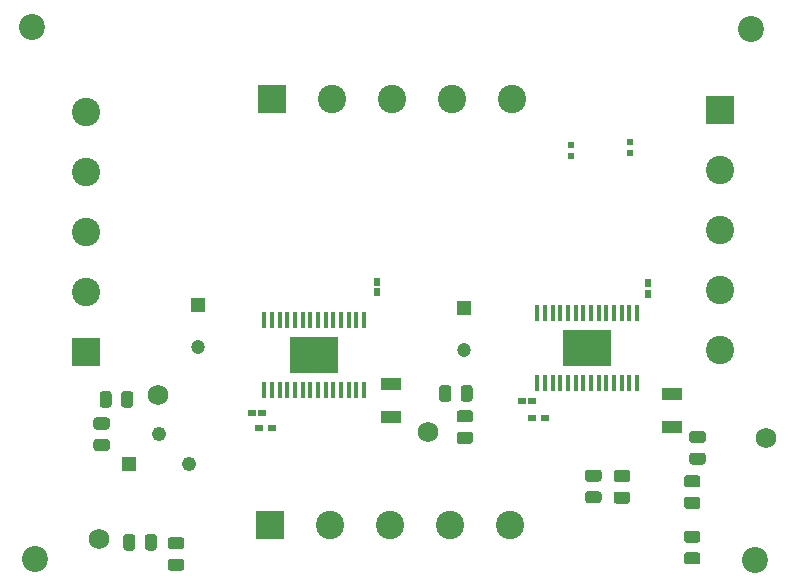
<source format=gbr>
%TF.GenerationSoftware,KiCad,Pcbnew,(5.1.9)-1*%
%TF.CreationDate,2021-10-18T22:43:19-04:00*%
%TF.ProjectId,ECE477_motorcontroller,45434534-3737-45f6-9d6f-746f72636f6e,rev?*%
%TF.SameCoordinates,Original*%
%TF.FileFunction,Soldermask,Top*%
%TF.FilePolarity,Negative*%
%FSLAX46Y46*%
G04 Gerber Fmt 4.6, Leading zero omitted, Abs format (unit mm)*
G04 Created by KiCad (PCBNEW (5.1.9)-1) date 2021-10-18 22:43:19*
%MOMM*%
%LPD*%
G01*
G04 APERTURE LIST*
%ADD10C,2.200000*%
%ADD11C,1.755000*%
%ADD12R,1.222000X1.222000*%
%ADD13C,1.222000*%
%ADD14R,0.620000X0.600000*%
%ADD15R,2.400000X2.400000*%
%ADD16C,2.400000*%
%ADD17R,0.700000X0.600000*%
%ADD18R,4.050000X3.100000*%
%ADD19R,0.450000X1.475000*%
%ADD20R,0.650000X0.620000*%
%ADD21R,1.820000X1.020000*%
%ADD22R,0.620000X0.650000*%
%ADD23C,1.200000*%
%ADD24R,1.200000X1.200000*%
G04 APERTURE END LIST*
%TO.C,R14*%
G36*
G01*
X163050001Y-84900000D02*
X162149999Y-84900000D01*
G75*
G02*
X161900000Y-84650001I0J249999D01*
G01*
X161900000Y-84124999D01*
G75*
G02*
X162149999Y-83875000I249999J0D01*
G01*
X163050001Y-83875000D01*
G75*
G02*
X163300000Y-84124999I0J-249999D01*
G01*
X163300000Y-84650001D01*
G75*
G02*
X163050001Y-84900000I-249999J0D01*
G01*
G37*
G36*
G01*
X163050001Y-86725000D02*
X162149999Y-86725000D01*
G75*
G02*
X161900000Y-86475001I0J249999D01*
G01*
X161900000Y-85949999D01*
G75*
G02*
X162149999Y-85700000I249999J0D01*
G01*
X163050001Y-85700000D01*
G75*
G02*
X163300000Y-85949999I0J-249999D01*
G01*
X163300000Y-86475001D01*
G75*
G02*
X163050001Y-86725000I-249999J0D01*
G01*
G37*
%TD*%
%TO.C,R12*%
G36*
G01*
X115450000Y-84399998D02*
X115450000Y-85300002D01*
G75*
G02*
X115200002Y-85550000I-249998J0D01*
G01*
X114674998Y-85550000D01*
G75*
G02*
X114425000Y-85300002I0J249998D01*
G01*
X114425000Y-84399998D01*
G75*
G02*
X114674998Y-84150000I249998J0D01*
G01*
X115200002Y-84150000D01*
G75*
G02*
X115450000Y-84399998I0J-249998D01*
G01*
G37*
G36*
G01*
X117275000Y-84399998D02*
X117275000Y-85300002D01*
G75*
G02*
X117025002Y-85550000I-249998J0D01*
G01*
X116499998Y-85550000D01*
G75*
G02*
X116250000Y-85300002I0J249998D01*
G01*
X116250000Y-84399998D01*
G75*
G02*
X116499998Y-84150000I249998J0D01*
G01*
X117025002Y-84150000D01*
G75*
G02*
X117275000Y-84399998I0J-249998D01*
G01*
G37*
%TD*%
%TO.C,R11*%
G36*
G01*
X118449998Y-86250000D02*
X119350002Y-86250000D01*
G75*
G02*
X119600000Y-86499998I0J-249998D01*
G01*
X119600000Y-87025002D01*
G75*
G02*
X119350002Y-87275000I-249998J0D01*
G01*
X118449998Y-87275000D01*
G75*
G02*
X118200000Y-87025002I0J249998D01*
G01*
X118200000Y-86499998D01*
G75*
G02*
X118449998Y-86250000I249998J0D01*
G01*
G37*
G36*
G01*
X118449998Y-84425000D02*
X119350002Y-84425000D01*
G75*
G02*
X119600000Y-84674998I0J-249998D01*
G01*
X119600000Y-85200002D01*
G75*
G02*
X119350002Y-85450000I-249998J0D01*
G01*
X118449998Y-85450000D01*
G75*
G02*
X118200000Y-85200002I0J249998D01*
G01*
X118200000Y-84674998D01*
G75*
G02*
X118449998Y-84425000I249998J0D01*
G01*
G37*
%TD*%
D10*
%TO.C,H4*%
X167900000Y-86350000D03*
%TD*%
%TO.C,H3*%
X167600000Y-41350000D03*
%TD*%
%TO.C,H2*%
X107000000Y-86300000D03*
%TD*%
%TO.C,H1*%
X106700000Y-41200000D03*
%TD*%
%TO.C,R10*%
G36*
G01*
X163050002Y-80200000D02*
X162149998Y-80200000D01*
G75*
G02*
X161900000Y-79950002I0J249998D01*
G01*
X161900000Y-79424998D01*
G75*
G02*
X162149998Y-79175000I249998J0D01*
G01*
X163050002Y-79175000D01*
G75*
G02*
X163300000Y-79424998I0J-249998D01*
G01*
X163300000Y-79950002D01*
G75*
G02*
X163050002Y-80200000I-249998J0D01*
G01*
G37*
G36*
G01*
X163050002Y-82025000D02*
X162149998Y-82025000D01*
G75*
G02*
X161900000Y-81775002I0J249998D01*
G01*
X161900000Y-81249998D01*
G75*
G02*
X162149998Y-81000000I249998J0D01*
G01*
X163050002Y-81000000D01*
G75*
G02*
X163300000Y-81249998I0J-249998D01*
G01*
X163300000Y-81775002D01*
G75*
G02*
X163050002Y-82025000I-249998J0D01*
G01*
G37*
%TD*%
%TO.C,R9*%
G36*
G01*
X112149998Y-76100000D02*
X113050002Y-76100000D01*
G75*
G02*
X113300000Y-76349998I0J-249998D01*
G01*
X113300000Y-76875002D01*
G75*
G02*
X113050002Y-77125000I-249998J0D01*
G01*
X112149998Y-77125000D01*
G75*
G02*
X111900000Y-76875002I0J249998D01*
G01*
X111900000Y-76349998D01*
G75*
G02*
X112149998Y-76100000I249998J0D01*
G01*
G37*
G36*
G01*
X112149998Y-74275000D02*
X113050002Y-74275000D01*
G75*
G02*
X113300000Y-74524998I0J-249998D01*
G01*
X113300000Y-75050002D01*
G75*
G02*
X113050002Y-75300000I-249998J0D01*
G01*
X112149998Y-75300000D01*
G75*
G02*
X111900000Y-75050002I0J249998D01*
G01*
X111900000Y-74524998D01*
G75*
G02*
X112149998Y-74275000I249998J0D01*
G01*
G37*
%TD*%
%TO.C,R8*%
G36*
G01*
X142899998Y-75500000D02*
X143800002Y-75500000D01*
G75*
G02*
X144050000Y-75749998I0J-249998D01*
G01*
X144050000Y-76275002D01*
G75*
G02*
X143800002Y-76525000I-249998J0D01*
G01*
X142899998Y-76525000D01*
G75*
G02*
X142650000Y-76275002I0J249998D01*
G01*
X142650000Y-75749998D01*
G75*
G02*
X142899998Y-75500000I249998J0D01*
G01*
G37*
G36*
G01*
X142899998Y-73675000D02*
X143800002Y-73675000D01*
G75*
G02*
X144050000Y-73924998I0J-249998D01*
G01*
X144050000Y-74450002D01*
G75*
G02*
X143800002Y-74700000I-249998J0D01*
G01*
X142899998Y-74700000D01*
G75*
G02*
X142650000Y-74450002I0J249998D01*
G01*
X142650000Y-73924998D01*
G75*
G02*
X142899998Y-73675000I249998J0D01*
G01*
G37*
%TD*%
%TO.C,R7*%
G36*
G01*
X143000000Y-72700002D02*
X143000000Y-71799998D01*
G75*
G02*
X143249998Y-71550000I249998J0D01*
G01*
X143775002Y-71550000D01*
G75*
G02*
X144025000Y-71799998I0J-249998D01*
G01*
X144025000Y-72700002D01*
G75*
G02*
X143775002Y-72950000I-249998J0D01*
G01*
X143249998Y-72950000D01*
G75*
G02*
X143000000Y-72700002I0J249998D01*
G01*
G37*
G36*
G01*
X141175000Y-72700002D02*
X141175000Y-71799998D01*
G75*
G02*
X141424998Y-71550000I249998J0D01*
G01*
X141950002Y-71550000D01*
G75*
G02*
X142200000Y-71799998I0J-249998D01*
G01*
X142200000Y-72700002D01*
G75*
G02*
X141950002Y-72950000I-249998J0D01*
G01*
X141424998Y-72950000D01*
G75*
G02*
X141175000Y-72700002I0J249998D01*
G01*
G37*
%TD*%
%TO.C,R4*%
G36*
G01*
X162599998Y-77250000D02*
X163500002Y-77250000D01*
G75*
G02*
X163750000Y-77499998I0J-249998D01*
G01*
X163750000Y-78025002D01*
G75*
G02*
X163500002Y-78275000I-249998J0D01*
G01*
X162599998Y-78275000D01*
G75*
G02*
X162350000Y-78025002I0J249998D01*
G01*
X162350000Y-77499998D01*
G75*
G02*
X162599998Y-77250000I249998J0D01*
G01*
G37*
G36*
G01*
X162599998Y-75425000D02*
X163500002Y-75425000D01*
G75*
G02*
X163750000Y-75674998I0J-249998D01*
G01*
X163750000Y-76200002D01*
G75*
G02*
X163500002Y-76450000I-249998J0D01*
G01*
X162599998Y-76450000D01*
G75*
G02*
X162350000Y-76200002I0J249998D01*
G01*
X162350000Y-75674998D01*
G75*
G02*
X162599998Y-75425000I249998J0D01*
G01*
G37*
%TD*%
%TO.C,R3*%
G36*
G01*
X113450000Y-72299998D02*
X113450000Y-73200002D01*
G75*
G02*
X113200002Y-73450000I-249998J0D01*
G01*
X112674998Y-73450000D01*
G75*
G02*
X112425000Y-73200002I0J249998D01*
G01*
X112425000Y-72299998D01*
G75*
G02*
X112674998Y-72050000I249998J0D01*
G01*
X113200002Y-72050000D01*
G75*
G02*
X113450000Y-72299998I0J-249998D01*
G01*
G37*
G36*
G01*
X115275000Y-72299998D02*
X115275000Y-73200002D01*
G75*
G02*
X115025002Y-73450000I-249998J0D01*
G01*
X114499998Y-73450000D01*
G75*
G02*
X114250000Y-73200002I0J249998D01*
G01*
X114250000Y-72299998D01*
G75*
G02*
X114499998Y-72050000I249998J0D01*
G01*
X115025002Y-72050000D01*
G75*
G02*
X115275000Y-72299998I0J-249998D01*
G01*
G37*
%TD*%
D11*
%TO.C,TP4*%
X168850000Y-76000000D03*
%TD*%
D12*
%TO.C,RV2*%
X114910000Y-78200000D03*
D13*
X117450000Y-75660000D03*
X119990000Y-78200000D03*
%TD*%
D11*
%TO.C,TP2*%
X140200000Y-75500000D03*
%TD*%
%TO.C,TP3*%
X112350000Y-84600000D03*
%TD*%
%TO.C,TP1*%
X117400000Y-72350000D03*
%TD*%
D14*
%TO.C,C14*%
X152300000Y-51240000D03*
X152300000Y-52160000D03*
%TD*%
%TO.C,C13*%
X157300000Y-50940000D03*
X157300000Y-51860000D03*
%TD*%
D15*
%TO.C,J3*%
X126827000Y-83424000D03*
D16*
X131907000Y-83424000D03*
X136987000Y-83424000D03*
X142067000Y-83424000D03*
X147147000Y-83424000D03*
%TD*%
%TO.C,J2*%
X111252000Y-48429000D03*
X111252000Y-53509000D03*
X111252000Y-58589000D03*
X111252000Y-63669000D03*
D15*
X111252000Y-68749000D03*
%TD*%
D16*
%TO.C,J4*%
X147370000Y-47300000D03*
X142290000Y-47300000D03*
X137210000Y-47300000D03*
X132130000Y-47300000D03*
D15*
X127050000Y-47300000D03*
%TD*%
D16*
%TO.C,J1*%
X164948000Y-68610000D03*
X164948000Y-63530000D03*
X164948000Y-58450000D03*
X164948000Y-53370000D03*
D15*
X164948000Y-48290000D03*
%TD*%
%TO.C,R6*%
G36*
G01*
X154678002Y-79721000D02*
X153777998Y-79721000D01*
G75*
G02*
X153528000Y-79471002I0J249998D01*
G01*
X153528000Y-78945998D01*
G75*
G02*
X153777998Y-78696000I249998J0D01*
G01*
X154678002Y-78696000D01*
G75*
G02*
X154928000Y-78945998I0J-249998D01*
G01*
X154928000Y-79471002D01*
G75*
G02*
X154678002Y-79721000I-249998J0D01*
G01*
G37*
G36*
G01*
X154678002Y-81546000D02*
X153777998Y-81546000D01*
G75*
G02*
X153528000Y-81296002I0J249998D01*
G01*
X153528000Y-80770998D01*
G75*
G02*
X153777998Y-80521000I249998J0D01*
G01*
X154678002Y-80521000D01*
G75*
G02*
X154928000Y-80770998I0J-249998D01*
G01*
X154928000Y-81296002D01*
G75*
G02*
X154678002Y-81546000I-249998J0D01*
G01*
G37*
%TD*%
%TO.C,R5*%
G36*
G01*
X157100002Y-79750000D02*
X156199998Y-79750000D01*
G75*
G02*
X155950000Y-79500002I0J249998D01*
G01*
X155950000Y-78974998D01*
G75*
G02*
X156199998Y-78725000I249998J0D01*
G01*
X157100002Y-78725000D01*
G75*
G02*
X157350000Y-78974998I0J-249998D01*
G01*
X157350000Y-79500002D01*
G75*
G02*
X157100002Y-79750000I-249998J0D01*
G01*
G37*
G36*
G01*
X157100002Y-81575000D02*
X156199998Y-81575000D01*
G75*
G02*
X155950000Y-81325002I0J249998D01*
G01*
X155950000Y-80799998D01*
G75*
G02*
X156199998Y-80550000I249998J0D01*
G01*
X157100002Y-80550000D01*
G75*
G02*
X157350000Y-80799998I0J-249998D01*
G01*
X157350000Y-81325002D01*
G75*
G02*
X157100002Y-81575000I-249998J0D01*
G01*
G37*
%TD*%
D17*
%TO.C,Rnfault2*%
X150114000Y-74293000D03*
X149014000Y-74293000D03*
%TD*%
%TO.C,Rnfault1*%
X127000000Y-75184000D03*
X125900000Y-75184000D03*
%TD*%
D18*
%TO.C,IC2*%
X153700000Y-68400000D03*
D19*
X157925000Y-71338000D03*
X157275000Y-71338000D03*
X156625000Y-71338000D03*
X155975000Y-71338000D03*
X155325000Y-71338000D03*
X154675000Y-71338000D03*
X154025000Y-71338000D03*
X153375000Y-71338000D03*
X152725000Y-71338000D03*
X152075000Y-71338000D03*
X151425000Y-71338000D03*
X150775000Y-71338000D03*
X150125000Y-71338000D03*
X149475000Y-71338000D03*
X149475000Y-65462000D03*
X150125000Y-65462000D03*
X150775000Y-65462000D03*
X151425000Y-65462000D03*
X152075000Y-65462000D03*
X152725000Y-65462000D03*
X153375000Y-65462000D03*
X154025000Y-65462000D03*
X154675000Y-65462000D03*
X155325000Y-65462000D03*
X155975000Y-65462000D03*
X156625000Y-65462000D03*
X157275000Y-65462000D03*
X157925000Y-65462000D03*
%TD*%
D18*
%TO.C,IC1*%
X130600000Y-69000000D03*
D19*
X134825000Y-71938000D03*
X134175000Y-71938000D03*
X133525000Y-71938000D03*
X132875000Y-71938000D03*
X132225000Y-71938000D03*
X131575000Y-71938000D03*
X130925000Y-71938000D03*
X130275000Y-71938000D03*
X129625000Y-71938000D03*
X128975000Y-71938000D03*
X128325000Y-71938000D03*
X127675000Y-71938000D03*
X127025000Y-71938000D03*
X126375000Y-71938000D03*
X126375000Y-66062000D03*
X127025000Y-66062000D03*
X127675000Y-66062000D03*
X128325000Y-66062000D03*
X128975000Y-66062000D03*
X129625000Y-66062000D03*
X130275000Y-66062000D03*
X130925000Y-66062000D03*
X131575000Y-66062000D03*
X132225000Y-66062000D03*
X132875000Y-66062000D03*
X133525000Y-66062000D03*
X134175000Y-66062000D03*
X134825000Y-66062000D03*
%TD*%
D20*
%TO.C,C12*%
X148150000Y-72898000D03*
X149030000Y-72898000D03*
%TD*%
D21*
%TO.C,C11*%
X160884000Y-72290000D03*
X160884000Y-75090000D03*
%TD*%
D22*
%TO.C,C9*%
X158900000Y-63790000D03*
X158900000Y-62910000D03*
%TD*%
D21*
%TO.C,C8*%
X137116000Y-71424000D03*
X137116000Y-74224000D03*
%TD*%
D23*
%TO.C,C7*%
X143300000Y-68550000D03*
D24*
X143300000Y-65050000D03*
%TD*%
D23*
%TO.C,C3*%
X120752000Y-68300000D03*
D24*
X120752000Y-64800000D03*
%TD*%
D20*
%TO.C,C2*%
X125290000Y-73914000D03*
X126170000Y-73914000D03*
%TD*%
D22*
%TO.C,C1*%
X135890000Y-62806000D03*
X135890000Y-63686000D03*
%TD*%
M02*

</source>
